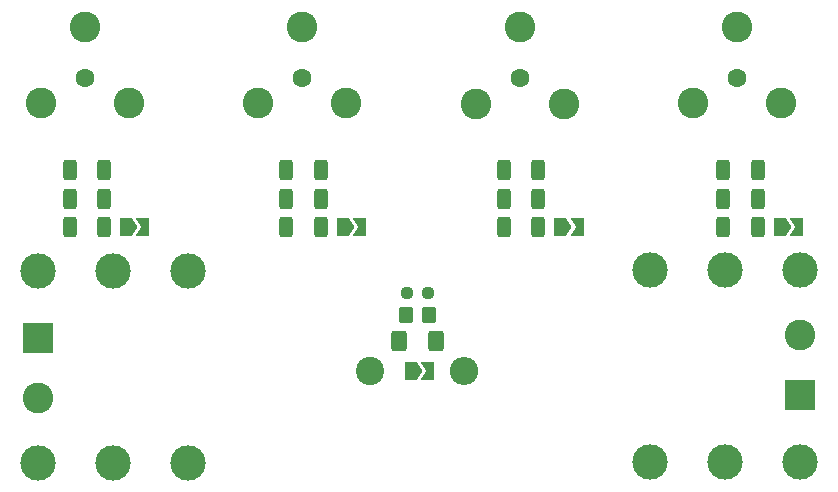
<source format=gts>
G04 #@! TF.GenerationSoftware,KiCad,Pcbnew,7.0.7*
G04 #@! TF.CreationDate,2024-05-07T13:52:07+01:00*
G04 #@! TF.ProjectId,QA403 Impedance Fixture,51413430-3320-4496-9d70-6564616e6365,rev?*
G04 #@! TF.SameCoordinates,Original*
G04 #@! TF.FileFunction,Soldermask,Top*
G04 #@! TF.FilePolarity,Negative*
%FSLAX46Y46*%
G04 Gerber Fmt 4.6, Leading zero omitted, Abs format (unit mm)*
G04 Created by KiCad (PCBNEW 7.0.7) date 2024-05-07 13:52:07*
%MOMM*%
%LPD*%
G01*
G04 APERTURE LIST*
G04 Aperture macros list*
%AMRoundRect*
0 Rectangle with rounded corners*
0 $1 Rounding radius*
0 $2 $3 $4 $5 $6 $7 $8 $9 X,Y pos of 4 corners*
0 Add a 4 corners polygon primitive as box body*
4,1,4,$2,$3,$4,$5,$6,$7,$8,$9,$2,$3,0*
0 Add four circle primitives for the rounded corners*
1,1,$1+$1,$2,$3*
1,1,$1+$1,$4,$5*
1,1,$1+$1,$6,$7*
1,1,$1+$1,$8,$9*
0 Add four rect primitives between the rounded corners*
20,1,$1+$1,$2,$3,$4,$5,0*
20,1,$1+$1,$4,$5,$6,$7,0*
20,1,$1+$1,$6,$7,$8,$9,0*
20,1,$1+$1,$8,$9,$2,$3,0*%
%AMFreePoly0*
4,1,6,1.000000,0.000000,0.500000,-0.750000,-0.500000,-0.750000,-0.500000,0.750000,0.500000,0.750000,1.000000,0.000000,1.000000,0.000000,$1*%
%AMFreePoly1*
4,1,6,0.500000,-0.750000,-0.650000,-0.750000,-0.150000,0.000000,-0.650000,0.750000,0.500000,0.750000,0.500000,-0.750000,0.500000,-0.750000,$1*%
G04 Aperture macros list end*
%ADD10C,3.000000*%
%ADD11R,2.600000X2.600000*%
%ADD12C,2.600000*%
%ADD13RoundRect,0.250000X0.312500X0.625000X-0.312500X0.625000X-0.312500X-0.625000X0.312500X-0.625000X0*%
%ADD14RoundRect,0.250000X-0.312500X-0.625000X0.312500X-0.625000X0.312500X0.625000X-0.312500X0.625000X0*%
%ADD15C,2.400000*%
%ADD16O,2.400000X2.400000*%
%ADD17C,1.605000*%
%ADD18C,2.595000*%
%ADD19FreePoly0,0.000000*%
%ADD20FreePoly1,0.000000*%
%ADD21RoundRect,0.237500X-0.250000X-0.237500X0.250000X-0.237500X0.250000X0.237500X-0.250000X0.237500X0*%
%ADD22RoundRect,0.250000X-0.400000X-0.625000X0.400000X-0.625000X0.400000X0.625000X-0.400000X0.625000X0*%
%ADD23RoundRect,0.250000X-0.350000X-0.450000X0.350000X-0.450000X0.350000X0.450000X-0.350000X0.450000X0*%
G04 APERTURE END LIST*
D10*
X86835000Y-66730000D03*
X86835000Y-50500000D03*
X80485000Y-66730000D03*
D11*
X80519000Y-56168000D03*
D10*
X80485000Y-50500000D03*
X93185000Y-66730000D03*
D12*
X80519000Y-61248000D03*
D10*
X93185000Y-50500000D03*
X138684000Y-50438000D03*
X138684000Y-66668000D03*
X145034000Y-50438000D03*
D11*
X145000000Y-61000000D03*
D10*
X145034000Y-66668000D03*
X132334000Y-50438000D03*
D12*
X145000000Y-55920000D03*
D10*
X132334000Y-66668000D03*
D13*
X86112500Y-42000000D03*
X83187500Y-42000000D03*
D14*
X138537500Y-44400000D03*
X141462500Y-44400000D03*
D13*
X104462500Y-44400000D03*
X101537500Y-44400000D03*
D14*
X83187500Y-44400000D03*
X86112500Y-44400000D03*
D13*
X122862500Y-44400000D03*
X119937500Y-44400000D03*
X141462500Y-42000000D03*
X138537500Y-42000000D03*
D14*
X138537500Y-46800000D03*
X141462500Y-46800000D03*
X101537500Y-42000000D03*
X104462500Y-42000000D03*
D13*
X104462500Y-46800000D03*
X101537500Y-46800000D03*
D14*
X83200000Y-46800000D03*
X86125000Y-46800000D03*
X119937500Y-42000000D03*
X122862500Y-42000000D03*
D13*
X122862500Y-46800000D03*
X119937500Y-46800000D03*
D15*
X108600000Y-59000000D03*
D16*
X116600000Y-59000000D03*
D17*
X139700000Y-34165000D03*
D18*
X139700000Y-29845000D03*
X143430000Y-36325000D03*
X135970000Y-36325000D03*
D19*
X143350000Y-46800000D03*
D20*
X144800000Y-46800000D03*
D17*
X121300396Y-34210000D03*
D18*
X121300396Y-29890000D03*
X125030396Y-36370000D03*
X117570396Y-36370000D03*
D17*
X102900793Y-34165000D03*
D18*
X102900793Y-29845000D03*
X106630793Y-36325000D03*
X99170793Y-36325000D03*
D21*
X111737500Y-52400000D03*
X113562500Y-52400000D03*
D19*
X124750000Y-46800000D03*
D20*
X126200000Y-46800000D03*
D19*
X112059314Y-59000000D03*
D20*
X113509314Y-59000000D03*
D17*
X84455000Y-34165000D03*
D18*
X84455000Y-29845000D03*
X88185000Y-36325000D03*
X80725000Y-36325000D03*
D22*
X111100000Y-56400000D03*
X114200000Y-56400000D03*
D19*
X106350000Y-46800000D03*
D20*
X107800000Y-46800000D03*
D19*
X87950000Y-46800000D03*
D20*
X89400000Y-46800000D03*
D23*
X111650000Y-54200000D03*
X113650000Y-54200000D03*
M02*

</source>
